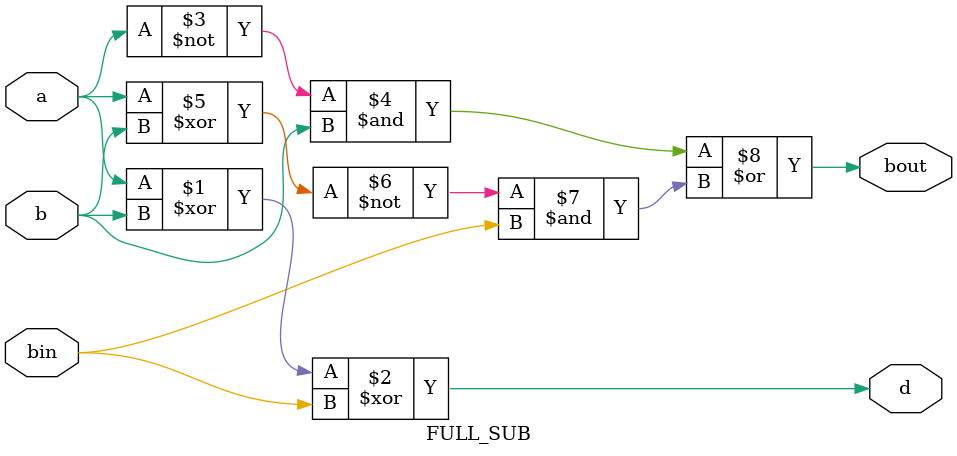
<source format=v>
`timescale 1ns / 1ps


module FULL_SUB(a,b,bin,d,bout);
    input a,b,bin;
    output d,bout;
    assign d = a^b^bin;
    assign bout =(~a & b)|(~(a^b)& bin);
    
endmodule

</source>
